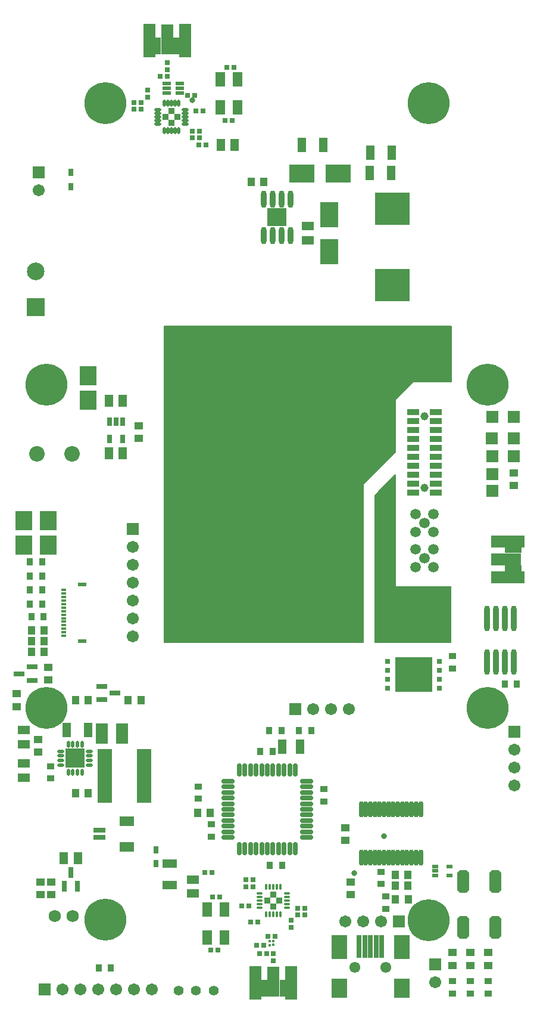
<source format=gts>
%FSAX24Y24*%
%MOIN*%
G70*
G01*
G75*
G04 Layer_Color=8388736*
%ADD10R,0.0236X0.0236*%
%ADD11R,0.0591X0.1614*%
%ADD12R,0.0591X0.1772*%
%ADD13R,0.0413X0.0866*%
%ADD14R,0.0236X0.0236*%
%ADD15R,0.0472X0.0709*%
%ADD16R,0.0984X0.0984*%
%ADD17O,0.0315X0.0098*%
%ADD18O,0.0098X0.0315*%
%ADD19R,0.0413X0.0591*%
%ADD20R,0.1614X0.0591*%
%ADD21R,0.1772X0.0591*%
%ADD22R,0.0866X0.0413*%
%ADD23O,0.0138X0.0315*%
%ADD24O,0.0315X0.0138*%
%ADD25R,0.0295X0.0118*%
%ADD26R,0.0413X0.0709*%
%ADD27R,0.0315X0.0374*%
%ADD28R,0.1319X0.0965*%
%ADD29R,0.0374X0.0315*%
%ADD30R,0.0591X0.0591*%
%ADD31R,0.0591X0.0591*%
%ADD32O,0.0236X0.0886*%
%ADD33R,0.1024X0.0925*%
%ADD34R,0.0965X0.1319*%
%ADD35R,0.0591X0.0413*%
%ADD36R,0.0110X0.0110*%
%ADD37R,0.0140X0.0140*%
%ADD38R,0.0236X0.0413*%
%ADD39R,0.0354X0.0295*%
%ADD40R,0.0709X0.2953*%
%ADD41R,0.0197X0.1220*%
%ADD42R,0.0787X0.0984*%
%ADD43R,0.0787X0.1299*%
%ADD44R,0.0236X0.0551*%
%ADD45R,0.0433X0.0571*%
%ADD46O,0.0689X0.0217*%
%ADD47O,0.0217X0.0689*%
%ADD48R,0.0295X0.0354*%
%ADD49R,0.0433X0.0748*%
%ADD50R,0.0571X0.0433*%
%ADD51R,0.0394X0.0118*%
%ADD52R,0.0276X0.0118*%
%ADD53R,0.0709X0.0472*%
%ADD54R,0.0610X0.0236*%
%ADD55R,0.0591X0.1102*%
%ADD56R,0.0197X0.0315*%
%ADD57O,0.0177X0.0827*%
%ADD58O,0.0236X0.1358*%
%ADD59R,0.2032X0.1890*%
%ADD60R,0.0236X0.0197*%
%ADD61R,0.0846X0.0984*%
%ADD62R,0.0551X0.0236*%
%ADD63R,0.0709X0.0413*%
%ADD64R,0.0394X0.0138*%
%ADD65R,0.1850X0.1713*%
%ADD66R,0.0579X0.0291*%
%ADD67C,0.0120*%
%ADD68C,0.0100*%
%ADD69C,0.0200*%
%ADD70C,0.0500*%
%ADD71C,0.0300*%
%ADD72C,0.0080*%
%ADD73C,0.0150*%
%ADD74C,0.0800*%
%ADD75C,0.0580*%
%ADD76C,0.0400*%
%ADD77R,0.0091X0.0053*%
%ADD78R,0.0087X0.0171*%
%ADD79R,0.0394X0.0472*%
%ADD80R,0.1415X0.4155*%
%ADD81R,0.6957X0.3940*%
%ADD82R,0.0413X0.1161*%
%ADD83R,0.0757X0.0757*%
%ADD84R,0.0778X0.0256*%
%ADD85R,0.0028X0.0019*%
%ADD86R,0.0044X0.0024*%
%ADD87R,0.0025X0.0044*%
%ADD88R,0.0026X0.0039*%
%ADD89R,0.0029X0.0043*%
%ADD90R,0.0214X0.0034*%
%ADD91R,0.0470X0.0034*%
%ADD92R,0.0065X0.0043*%
%ADD93C,0.1575*%
%ADD94C,0.0591*%
%ADD95C,0.2264*%
%ADD96C,0.0787*%
%ADD97C,0.0532*%
%ADD98C,0.0600*%
%ADD99C,0.0906*%
%ADD100R,0.0906X0.0906*%
%ADD101C,0.0472*%
G04:AMPARAMS|DCode=102|XSize=120mil|YSize=60mil|CornerRadius=0mil|HoleSize=0mil|Usage=FLASHONLY|Rotation=90.000|XOffset=0mil|YOffset=0mil|HoleType=Round|Shape=Octagon|*
%AMOCTAGOND102*
4,1,8,0.0150,0.0600,-0.0150,0.0600,-0.0300,0.0450,-0.0300,-0.0450,-0.0150,-0.0600,0.0150,-0.0600,0.0300,-0.0450,0.0300,0.0450,0.0150,0.0600,0.0*
%
%ADD102OCTAGOND102*%

%ADD103C,0.0512*%
%ADD104C,0.0240*%
%ADD105C,0.0480*%
%ADD106C,0.0260*%
%ADD107C,0.0380*%
%ADD108R,0.0061X0.0050*%
%ADD109C,0.0098*%
%ADD110C,0.0079*%
%ADD111C,0.0040*%
%ADD112C,0.0236*%
%ADD113C,0.0080*%
%ADD114C,0.0059*%
%ADD115C,0.0049*%
%ADD116C,0.0070*%
%ADD117R,0.0217X0.0630*%
%ADD118R,0.0217X0.1024*%
%ADD119R,0.0630X0.0217*%
%ADD120R,0.0177X0.0236*%
%ADD121R,0.0236X0.0177*%
%ADD122R,0.0325X0.0325*%
%ADD123R,0.0335X0.0335*%
%ADD124R,0.0325X0.0335*%
%ADD125R,0.0335X0.0335*%
%ADD126R,0.0325X0.0335*%
%ADD127R,0.0316X0.0316*%
%ADD128R,0.0671X0.1694*%
%ADD129R,0.0671X0.1852*%
%ADD130R,0.0493X0.0946*%
%ADD131R,0.0316X0.0316*%
%ADD132R,0.0552X0.0789*%
%ADD133O,0.0395X0.0178*%
%ADD134O,0.0178X0.0395*%
%ADD135R,0.0493X0.0671*%
%ADD136R,0.1694X0.0671*%
%ADD137R,0.1852X0.0671*%
%ADD138R,0.0946X0.0493*%
%ADD139O,0.0216X0.0393*%
%ADD140O,0.0393X0.0216*%
%ADD141R,0.0375X0.0198*%
%ADD142R,0.0493X0.0789*%
%ADD143R,0.0395X0.0454*%
%ADD144R,0.1399X0.1045*%
%ADD145R,0.0454X0.0395*%
%ADD146R,0.0671X0.0671*%
%ADD147R,0.0671X0.0671*%
%ADD148O,0.0316X0.0966*%
%ADD149R,0.1104X0.1005*%
%ADD150R,0.1045X0.1399*%
%ADD151R,0.0671X0.0493*%
%ADD152O,0.0355X0.0138*%
%ADD153O,0.0138X0.0355*%
%ADD154R,0.0150X0.0150*%
%ADD155R,0.0180X0.0180*%
%ADD156R,0.0276X0.0276*%
%ADD157R,0.0316X0.0493*%
%ADD158R,0.0434X0.0375*%
%ADD159R,0.0789X0.3033*%
%ADD160R,0.1064X0.1064*%
%ADD161R,0.0275X0.1298*%
%ADD162R,0.0867X0.1064*%
%ADD163R,0.0867X0.1379*%
%ADD164R,0.0316X0.0631*%
%ADD165R,0.0513X0.0651*%
%ADD166O,0.0747X0.0275*%
%ADD167O,0.0275X0.0747*%
%ADD168R,0.0375X0.0434*%
%ADD169R,0.0513X0.0828*%
%ADD170R,0.0651X0.0513*%
%ADD171R,0.0474X0.0198*%
%ADD172R,0.0314X0.0156*%
%ADD173R,0.0789X0.0552*%
%ADD174R,0.0690X0.0316*%
%ADD175R,0.0671X0.1182*%
%ADD176R,0.0277X0.0395*%
%ADD177O,0.0257X0.0907*%
%ADD178O,0.0316X0.1438*%
%ADD179R,0.2112X0.1970*%
%ADD180R,0.0316X0.0277*%
%ADD181R,0.0926X0.1064*%
%ADD182R,0.0631X0.0316*%
%ADD183R,0.0789X0.0493*%
%ADD184R,0.0474X0.0218*%
%ADD185R,0.1930X0.1793*%
%ADD186R,0.0659X0.0371*%
%ADD187C,0.1655*%
%ADD188C,0.0671*%
%ADD189C,0.2344*%
%ADD190C,0.0867*%
%ADD191C,0.0612*%
%ADD192C,0.0680*%
%ADD193C,0.0986*%
%ADD194R,0.0986X0.0986*%
%ADD195C,0.0552*%
G04:AMPARAMS|DCode=196|XSize=128mil|YSize=68mil|CornerRadius=0mil|HoleSize=0mil|Usage=FLASHONLY|Rotation=90.000|XOffset=0mil|YOffset=0mil|HoleType=Round|Shape=Octagon|*
%AMOCTAGOND196*
4,1,8,0.0170,0.0640,-0.0170,0.0640,-0.0340,0.0470,-0.0340,-0.0470,-0.0170,-0.0640,0.0170,-0.0640,0.0340,-0.0470,0.0340,0.0470,0.0170,0.0640,0.0*
%
%ADD196OCTAGOND196*%

%ADD197C,0.0592*%
%ADD198C,0.0320*%
%ADD199C,0.0460*%
G36*
X007204Y009849D02*
Y003601D01*
X010330D01*
Y000453D01*
X010328Y000452D01*
X006000D01*
Y008710D01*
X006210Y008920D01*
X007158Y009868D01*
X007204Y009849D01*
D02*
G37*
G36*
X010359Y018133D02*
X010354Y015019D01*
X008164D01*
X007204Y014058D01*
Y011130D01*
Y011124D01*
X006400Y010320D01*
X005400Y009320D01*
Y003870D01*
Y000452D01*
X-005783D01*
Y018156D01*
X-005754Y018168D01*
Y018168D01*
X-005754Y018168D01*
X010324D01*
X010359Y018133D01*
D02*
G37*
D122*
X-005355Y030190D02*
D03*
Y029530D02*
D03*
X000358Y-014271D02*
D03*
Y-013612D02*
D03*
D123*
X-005025Y029860D02*
D03*
D124*
X-005680Y029860D02*
D03*
D125*
X000028Y-013942D02*
D03*
D126*
X000682Y-013942D02*
D03*
D127*
X-003817Y028270D02*
D03*
X-003423D02*
D03*
X-005997Y032110D02*
D03*
X-005603D02*
D03*
X-001953Y029660D02*
D03*
X-002347D02*
D03*
X-002247Y032622D02*
D03*
X-001853D02*
D03*
X-004197Y028694D02*
D03*
X-003803D02*
D03*
X-003977Y030170D02*
D03*
X-003583D02*
D03*
X-004447Y031046D02*
D03*
X-004053D02*
D03*
X-007056Y030294D02*
D03*
X-007450D02*
D03*
X-007447Y030660D02*
D03*
X-007053D02*
D03*
X-004197Y029060D02*
D03*
X-003803D02*
D03*
X-000800Y-013179D02*
D03*
X-001193D02*
D03*
X-000534Y-015136D02*
D03*
X-000928D02*
D03*
X-002767Y-016703D02*
D03*
X-003161D02*
D03*
X-001018Y-014261D02*
D03*
X-001412D02*
D03*
X-000800Y-012786D02*
D03*
X-001193D02*
D03*
X001730Y-014375D02*
D03*
X002123D02*
D03*
Y-014743D02*
D03*
X001730D02*
D03*
X-000428Y-016919D02*
D03*
X-000034D02*
D03*
X-003062Y-013751D02*
D03*
X-002669D02*
D03*
X-000576Y-016444D02*
D03*
X-000182D02*
D03*
X-003479Y-012391D02*
D03*
X-003085D02*
D03*
D128*
X-005600Y034193D02*
D03*
X000362Y-018481D02*
D03*
D129*
X-004600Y034114D02*
D03*
X-006600D02*
D03*
X-000638Y-018560D02*
D03*
X001362D02*
D03*
D130*
X-006181Y033815D02*
D03*
X-005019D02*
D03*
X000943Y-018858D02*
D03*
X-000218D02*
D03*
D131*
X-005600Y032873D02*
D03*
Y032479D02*
D03*
X-006700Y031357D02*
D03*
Y030963D02*
D03*
X001344Y-015442D02*
D03*
Y-015048D02*
D03*
X000358Y-017312D02*
D03*
Y-016919D02*
D03*
D132*
X-002609Y030373D02*
D03*
Y031947D02*
D03*
X-001664D02*
D03*
Y030373D02*
D03*
X-003338Y-014439D02*
D03*
Y-016014D02*
D03*
X-002393D02*
D03*
Y-014439D02*
D03*
D133*
X-006118Y029466D02*
D03*
Y029663D02*
D03*
Y029860D02*
D03*
Y030057D02*
D03*
Y030254D02*
D03*
X-004582D02*
D03*
Y030057D02*
D03*
Y029860D02*
D03*
Y029663D02*
D03*
Y029466D02*
D03*
D134*
X-005744Y030628D02*
D03*
X-005547D02*
D03*
X-005350D02*
D03*
X-005153D02*
D03*
X-004956D02*
D03*
Y029092D02*
D03*
X-005153D02*
D03*
X-005350D02*
D03*
X-005547D02*
D03*
X-005744D02*
D03*
D135*
X-001806Y028270D02*
D03*
X-002574D02*
D03*
X-008075Y013997D02*
D03*
X-008843D02*
D03*
X-008075Y011044D02*
D03*
X-008843D02*
D03*
D136*
X013391Y005130D02*
D03*
D137*
X013470Y006130D02*
D03*
Y004130D02*
D03*
D138*
X013768Y004549D02*
D03*
Y005711D02*
D03*
D139*
X-010625Y-005206D02*
D03*
X-010880D02*
D03*
Y-006781D02*
D03*
X-010369Y-005206D02*
D03*
X-011136D02*
D03*
Y-006781D02*
D03*
X-010625D02*
D03*
X-010369D02*
D03*
D140*
X-011540Y-006377D02*
D03*
Y-005610D02*
D03*
Y-005865D02*
D03*
Y-006121D02*
D03*
X-009965Y-006377D02*
D03*
Y-006121D02*
D03*
Y-005865D02*
D03*
Y-005610D02*
D03*
D141*
X009405Y-012037D02*
D03*
Y-012293D02*
D03*
Y-012548D02*
D03*
X010212D02*
D03*
Y-012037D02*
D03*
D142*
X001940Y028278D02*
D03*
X003140D02*
D03*
X005782Y027848D02*
D03*
X006983D02*
D03*
X005756Y026702D02*
D03*
X006956D02*
D03*
X-010004Y-004419D02*
D03*
X-011205D02*
D03*
D143*
X-000178Y026211D02*
D03*
X-000886D02*
D03*
X-003882Y-009045D02*
D03*
X-003174D02*
D03*
X-007770Y-002745D02*
D03*
X-007062D02*
D03*
X-010723D02*
D03*
X-010014D02*
D03*
X007171Y-012527D02*
D03*
X007879D02*
D03*
X007879Y-013117D02*
D03*
X007171D02*
D03*
X007899Y-013867D02*
D03*
X007190D02*
D03*
X-010713Y-007962D02*
D03*
X-010004D02*
D03*
X-012495Y-000039D02*
D03*
X-013203D02*
D03*
X-012495Y000552D02*
D03*
X-013203D02*
D03*
X-012495Y001142D02*
D03*
X-013203D02*
D03*
D144*
X001934Y026686D02*
D03*
X003982D02*
D03*
D145*
X004690Y-012923D02*
D03*
Y-013631D02*
D03*
X-007180Y012579D02*
D03*
Y011871D02*
D03*
X-012672Y-012913D02*
D03*
Y-013621D02*
D03*
X011373Y-017568D02*
D03*
Y-016860D02*
D03*
X010389Y-017568D02*
D03*
Y-016860D02*
D03*
X004395Y-010580D02*
D03*
Y-009871D02*
D03*
X-012081Y-013621D02*
D03*
Y-012913D02*
D03*
X012368Y-016860D02*
D03*
Y-017568D02*
D03*
X-014010Y-003100D02*
D03*
Y-002391D02*
D03*
X-012239Y-001623D02*
D03*
Y-000915D02*
D03*
X-012829Y-005659D02*
D03*
Y-004950D02*
D03*
X013800Y009236D02*
D03*
Y009944D02*
D03*
D146*
X013807Y013100D02*
D03*
X012600Y008960D02*
D03*
X013844Y-004517D02*
D03*
X-007525Y006812D02*
D03*
X009415Y-017509D02*
D03*
X-012786Y026734D02*
D03*
D147*
X013807Y011900D02*
D03*
X013800Y010900D02*
D03*
X012578Y011868D02*
D03*
X012600Y009900D02*
D03*
Y010900D02*
D03*
Y013100D02*
D03*
X001565Y-003240D02*
D03*
X007368Y-015125D02*
D03*
X-012440Y-018922D02*
D03*
D148*
X001301Y025266D02*
D03*
X000801D02*
D03*
X000301D02*
D03*
X-000199D02*
D03*
X001301Y023219D02*
D03*
X000801D02*
D03*
X000301D02*
D03*
X-000199D02*
D03*
D149*
X000551Y024242D02*
D03*
D150*
X003480Y022330D02*
D03*
Y024377D02*
D03*
D151*
X002294Y022966D02*
D03*
Y023734D02*
D03*
X-004168Y-012795D02*
D03*
Y-013562D02*
D03*
D152*
X001120Y-013548D02*
D03*
Y-013745D02*
D03*
Y-013941D02*
D03*
Y-014138D02*
D03*
Y-014335D02*
D03*
X-000415D02*
D03*
Y-014138D02*
D03*
Y-013941D02*
D03*
Y-013745D02*
D03*
Y-013548D02*
D03*
D153*
X000746Y-014709D02*
D03*
X000549D02*
D03*
X000353D02*
D03*
X000156D02*
D03*
X-000041D02*
D03*
Y-013174D02*
D03*
X000156D02*
D03*
X000353D02*
D03*
X000549D02*
D03*
X000746D02*
D03*
D154*
X000353Y-016227D02*
D03*
Y-016427D02*
D03*
X000153Y-016227D02*
D03*
D155*
X000138Y-016442D02*
D03*
D156*
X000450Y-015943D02*
D03*
X000056D02*
D03*
D157*
X-008085Y011841D02*
D03*
X-008833D02*
D03*
Y012806D02*
D03*
X-008459D02*
D03*
X-008085D02*
D03*
D158*
X012368Y-019133D02*
D03*
Y-018444D02*
D03*
X003165Y-007716D02*
D03*
Y-008405D02*
D03*
X-003853Y-008257D02*
D03*
Y-007568D02*
D03*
X-003134Y-010373D02*
D03*
Y-009684D02*
D03*
X010389Y-018444D02*
D03*
Y-019133D02*
D03*
X011383Y-018444D02*
D03*
Y-019133D02*
D03*
X006659Y-014409D02*
D03*
Y-013720D02*
D03*
X006364Y-013031D02*
D03*
Y-012342D02*
D03*
X-012130Y-007125D02*
D03*
Y-006436D02*
D03*
X010366Y-000290D02*
D03*
Y-000979D02*
D03*
D159*
X-009099Y-006978D02*
D03*
X-006894D02*
D03*
D160*
X-010753Y-005993D02*
D03*
D161*
X005163Y-016503D02*
D03*
X005478D02*
D03*
X005793D02*
D03*
X006108D02*
D03*
X006423D02*
D03*
D162*
X007545Y-018865D02*
D03*
X004041D02*
D03*
D163*
Y-016543D02*
D03*
X007545D02*
D03*
D164*
X-011353Y-013139D02*
D03*
X-010605D02*
D03*
X-010979Y-012391D02*
D03*
D165*
X-010585Y-011584D02*
D03*
X-011373D02*
D03*
D166*
X-002199Y-007273D02*
D03*
Y-007588D02*
D03*
Y-007903D02*
D03*
Y-008218D02*
D03*
Y-008533D02*
D03*
Y-008848D02*
D03*
Y-009163D02*
D03*
Y-009478D02*
D03*
Y-009793D02*
D03*
Y-010108D02*
D03*
Y-010423D02*
D03*
X002230D02*
D03*
Y-010108D02*
D03*
Y-009793D02*
D03*
Y-009478D02*
D03*
Y-009163D02*
D03*
Y-008848D02*
D03*
Y-008533D02*
D03*
Y-008218D02*
D03*
Y-007903D02*
D03*
Y-007588D02*
D03*
Y-007273D02*
D03*
D167*
X-001560Y-011062D02*
D03*
X-001245D02*
D03*
X-000930D02*
D03*
X-000615D02*
D03*
X-000300D02*
D03*
X000015D02*
D03*
X000330D02*
D03*
X000645D02*
D03*
X000960D02*
D03*
X001275D02*
D03*
X001590D02*
D03*
Y-006633D02*
D03*
X001275D02*
D03*
X000960D02*
D03*
X000645D02*
D03*
X000330D02*
D03*
X000015D02*
D03*
X-000300D02*
D03*
X-000615D02*
D03*
X-000930D02*
D03*
X-001245D02*
D03*
X-001560D02*
D03*
D168*
X002476Y-004448D02*
D03*
X001787D02*
D03*
X000114D02*
D03*
X000803D02*
D03*
X-000378Y-005600D02*
D03*
X000310D02*
D03*
X000852Y-011997D02*
D03*
X000163D02*
D03*
X013992Y-001860D02*
D03*
X013303D02*
D03*
X-013193Y001930D02*
D03*
X-012504D02*
D03*
X-009434Y-017706D02*
D03*
X-008745D02*
D03*
X-013292Y002619D02*
D03*
X-012603D02*
D03*
X-013292Y003406D02*
D03*
X-012603D02*
D03*
X-013292Y004194D02*
D03*
X-012603D02*
D03*
X-013292Y004981D02*
D03*
X-012603D02*
D03*
D169*
X000852Y-005334D02*
D03*
X001836D02*
D03*
D170*
X-013607Y-005206D02*
D03*
Y-004419D02*
D03*
Y-007076D02*
D03*
Y-006289D02*
D03*
D171*
X-010349Y000536D02*
D03*
Y003717D02*
D03*
D172*
X-011392Y003406D02*
D03*
Y003209D02*
D03*
Y003013D02*
D03*
Y002816D02*
D03*
Y002619D02*
D03*
Y002422D02*
D03*
Y002225D02*
D03*
Y002028D02*
D03*
Y001831D02*
D03*
Y001635D02*
D03*
Y001438D02*
D03*
Y001241D02*
D03*
Y001044D02*
D03*
Y000847D02*
D03*
D173*
X-007869Y-010934D02*
D03*
Y-009517D02*
D03*
D174*
X-009394Y-010029D02*
D03*
Y-010423D02*
D03*
D175*
X-009256Y-004615D02*
D03*
X-008115D02*
D03*
D176*
X-006235Y-011111D02*
D03*
Y-011899D02*
D03*
X-010975Y025961D02*
D03*
Y026749D02*
D03*
D177*
X008598Y-008846D02*
D03*
X008342D02*
D03*
X008086D02*
D03*
X007830D02*
D03*
X007574D02*
D03*
X007318D02*
D03*
X007062D02*
D03*
X006807D02*
D03*
X006551D02*
D03*
X006295D02*
D03*
X006039D02*
D03*
X005783D02*
D03*
X005527D02*
D03*
X005271D02*
D03*
X008598Y-011562D02*
D03*
X008342D02*
D03*
X008086D02*
D03*
X007830D02*
D03*
X007574D02*
D03*
X007318D02*
D03*
X007062D02*
D03*
X006807D02*
D03*
X006551D02*
D03*
X006295D02*
D03*
X006039D02*
D03*
X005783D02*
D03*
X005527D02*
D03*
X005271D02*
D03*
D178*
X013807Y001802D02*
D03*
X013307D02*
D03*
X012807D02*
D03*
X012307D02*
D03*
X013807Y-000600D02*
D03*
X013307D02*
D03*
X012807D02*
D03*
X012307D02*
D03*
D179*
X008201Y-001323D02*
D03*
D180*
X009657Y-002073D02*
D03*
Y-001573D02*
D03*
Y-001073D02*
D03*
X006744Y-000573D02*
D03*
Y-002073D02*
D03*
Y-001573D02*
D03*
Y-001073D02*
D03*
X009657Y-000573D02*
D03*
D181*
X-010009Y014014D02*
D03*
Y015373D02*
D03*
X-012239Y005926D02*
D03*
Y007284D02*
D03*
X-013617D02*
D03*
Y005926D02*
D03*
D182*
X-008518Y-002352D02*
D03*
X-009266Y-002726D02*
D03*
Y-001978D02*
D03*
X-013892Y-001269D02*
D03*
X-013144Y-000895D02*
D03*
Y-001643D02*
D03*
D183*
X-005447Y-011889D02*
D03*
Y-013090D02*
D03*
D184*
X-005604Y031194D02*
D03*
Y031449D02*
D03*
Y031705D02*
D03*
X-004896D02*
D03*
Y031449D02*
D03*
Y031194D02*
D03*
D185*
X007023Y024721D02*
D03*
Y020449D02*
D03*
D186*
X008176Y013355D02*
D03*
Y012855D02*
D03*
X009448Y013355D02*
D03*
Y012855D02*
D03*
Y012355D02*
D03*
X008176D02*
D03*
X009448Y011855D02*
D03*
X008176D02*
D03*
X009448Y011355D02*
D03*
X008176D02*
D03*
X009448Y010855D02*
D03*
X008176D02*
D03*
X009448Y010355D02*
D03*
X008176D02*
D03*
X009448Y009855D02*
D03*
X008176D02*
D03*
X009448Y009355D02*
D03*
X008176D02*
D03*
X009448Y008855D02*
D03*
X008176D02*
D03*
D187*
X-004700Y001534D02*
D03*
X009276Y017086D02*
D03*
D188*
X004565Y-003240D02*
D03*
X003565D02*
D03*
X002565D02*
D03*
X004368Y-015125D02*
D03*
X005368D02*
D03*
X006368D02*
D03*
X013844Y-005517D02*
D03*
Y-006517D02*
D03*
Y-007517D02*
D03*
X-007525Y004812D02*
D03*
Y005813D02*
D03*
Y003812D02*
D03*
Y002812D02*
D03*
Y001813D02*
D03*
Y000812D02*
D03*
X009415Y-018509D02*
D03*
X-010440Y-018922D02*
D03*
X-011440D02*
D03*
X-009440D02*
D03*
X-008440D02*
D03*
X-007440D02*
D03*
X-006440D02*
D03*
X-012786Y025734D02*
D03*
D189*
X-009061Y030629D02*
D03*
X009061D02*
D03*
X012352Y-003186D02*
D03*
X009060Y-015052D02*
D03*
X-009062Y-015023D02*
D03*
X-012353Y014881D02*
D03*
Y-003178D02*
D03*
X012352Y014881D02*
D03*
D190*
X-012879Y011012D02*
D03*
X-010911D02*
D03*
D191*
X004927Y-017684D02*
D03*
X006659D02*
D03*
D192*
X-011873Y-014832D02*
D03*
X-010873D02*
D03*
D193*
X-012943Y021228D02*
D03*
D194*
Y019227D02*
D03*
D195*
X-003971Y-018985D02*
D03*
X-004955D02*
D03*
X-002987D02*
D03*
D196*
X012775Y-012887D02*
D03*
Y-015447D02*
D03*
X010995Y-012887D02*
D03*
Y-015447D02*
D03*
D197*
X008812Y005176D02*
D03*
X009312Y004676D02*
D03*
X008312Y005676D02*
D03*
Y004676D02*
D03*
X009312Y005676D02*
D03*
Y007645D02*
D03*
X008312Y006645D02*
D03*
Y007645D02*
D03*
X009312Y006645D02*
D03*
X008812Y007145D02*
D03*
D198*
X004872Y-012414D02*
D03*
X006557Y-010364D02*
D03*
X-004189Y030779D02*
D03*
D199*
X008812Y013103D02*
D03*
Y009107D02*
D03*
M02*

</source>
